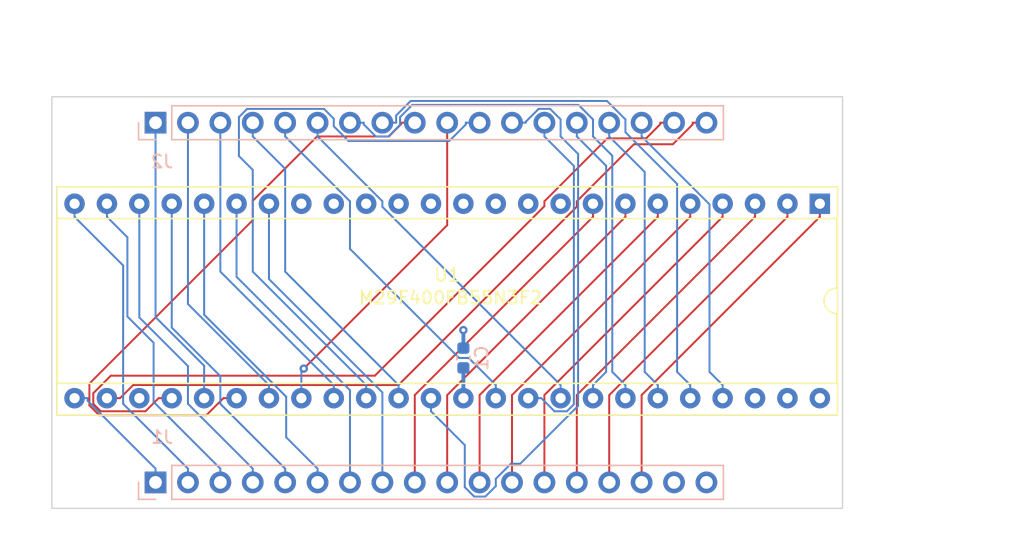
<source format=kicad_pcb>
(kicad_pcb (version 20221018) (generator pcbnew)
  (title_block (title "Turtle16: ROM ZIF Daughter Board") (date "2023-11-25") (rev "A") (comment 4 "Daughter board with ZIF socket for a M29F400FB NOR Flash on a DIP adapter board"))
  (layers (0 "F.Cu" signal) (1 "In1.Cu" power) (2 "In2.Cu" power) (31 "B.Cu" signal) (34 "B.Paste" user) (35 "F.Paste" user) (36 "B.SilkS" user "B.Silkscreen") (37 "F.SilkS" user "F.Silkscreen") (38 "B.Mask" user) (39 "F.Mask" user) (44 "Edge.Cuts" user))
  (net 0 "")
  (net 1 "GND")
  (net 2 "VCC")
  (net 3 "/PC0")
  (net 4 "/PC1")
  (net 5 "/PC2")
  (net 6 "/PC3")
  (net 7 "/PC4")
  (net 8 "/PC5")
  (net 9 "/PC6")
  (net 10 "/PC7")
  (net 11 "/PC8")
  (net 12 "/PC9")
  (net 13 "/PC10")
  (net 14 "/PC11")
  (net 15 "/PC12")
  (net 16 "/PC13")
  (net 17 "/PC14")
  (net 18 "/PC15")
  (net 19 "/Ins_IF0")
  (net 20 "/Ins_IF1")
  (net 21 "/Ins_IF2")
  (net 22 "/Ins_IF3")
  (net 23 "/Ins_IF4")
  (net 24 "/Ins_IF5")
  (net 25 "/Ins_IF6")
  (net 26 "/Ins_IF7")
  (net 27 "/Ins_IF8")
  (net 28 "/Ins_IF9")
  (net 29 "/Ins_IF10")
  (net 30 "/Ins_IF11")
  (net 31 "/Ins_IF12")
  (net 32 "/Ins_IF13")
  (net 33 "/Ins_IF14")
  (net 34 "/Ins_IF15")
  (net 35 "/FLUSH_IF")
  (net 36 "/RAMEN_R")
  (footprint "Package_DIP:DIP-48_W15.24mm_Socket" (layer "F.Cu") (at 127.762 51.562 -90)
    (fp_text reference "U1" (at 5.588 29.21 -180) (layer "F.SilkS"))
    (fp_text value "M29F400FB55N3F2" (at 7.366 28.956 -180) (layer "F.SilkS"))
    (fp_line (start -1.33 -1.39) (end -1.33 59.81) (stroke (width 0.12)) (layer "F.SilkS"))
    (fp_line (start -1.33 59.81) (end 16.57 59.81) (stroke (width 0.12)) (layer "F.SilkS"))
    (fp_line (start 1.16 -1.33) (end 1.16 59.75) (stroke (width 0.12)) (layer "F.SilkS"))
    (fp_line (start 1.16 59.75) (end 14.08 59.75) (stroke (width 0.12)) (layer "F.SilkS"))
    (fp_line (start 6.62 -1.33) (end 1.16 -1.33) (stroke (width 0.12)) (layer "F.SilkS"))
    (fp_line (start 14.08 -1.33) (end 8.62 -1.33) (stroke (width 0.12)) (layer "F.SilkS"))
    (fp_line (start 14.08 59.75) (end 14.08 -1.33) (stroke (width 0.12)) (layer "F.SilkS"))
    (fp_line (start 16.57 -1.39) (end -1.33 -1.39) (stroke (width 0.12)) (layer "F.SilkS"))
    (fp_line (start 16.57 59.81) (end 16.57 -1.39) (stroke (width 0.12)) (layer "F.SilkS"))
    (fp_arc (start 8.62 -1.33) (mid 7.62 -0.33) (end 6.62 -1.33) (stroke (width 0.12)) (layer "F.SilkS"))
    (pad "1" thru_hole rect (at 0 0 270) (size 1.6 1.6) (drill 0.8) (layers "*.Cu" "*.Mask") (net 18 "/PC15"))
    (pad "2" thru_hole oval (at 0 2.54 270) (size 1.6 1.6) (drill 0.8) (layers "*.Cu" "*.Mask") (net 17 "/PC14"))
    (pad "3" thru_hole oval (at 0 5.08 270) (size 1.6 1.6) (drill 0.8) (layers "*.Cu" "*.Mask") (net 16 "/PC13"))
    (pad "4" thru_hole oval (at 0 7.62 270) (size 1.6 1.6) (drill 0.8) (layers "*.Cu" "*.Mask") (net 15 "/PC12"))
    (pad "5" thru_hole oval (at 0 10.16 270) (size 1.6 1.6) (drill 0.8) (layers "*.Cu" "*.Mask") (net 14 "/PC11"))
    (pad "6" thru_hole oval (at 0 12.7 270) (size 1.6 1.6) (drill 0.8) (layers "*.Cu" "*.Mask") (net 13 "/PC10"))
    (pad "7" thru_hole oval (at 0 15.24 270) (size 1.6 1.6) (drill 0.8) (layers "*.Cu" "*.Mask") (net 12 "/PC9"))
    (pad "8" thru_hole oval (at 0 17.78 270) (size 1.6 1.6) (drill 0.8) (layers "*.Cu" "*.Mask") (net 11 "/PC8"))
    (pad "9" thru_hole oval (at 0 20.32 270) (size 1.6 1.6) (drill 0.8) (layers "*.Cu" "*.Mask"))
    (pad "10" thru_hole oval (at 0 22.86 270) (size 1.6 1.6) (drill 0.8) (layers "*.Cu" "*.Mask"))
    (pad "11" thru_hole oval (at 0 25.4 270) (size 1.6 1.6) (drill 0.8) (layers "*.Cu" "*.Mask") (net 2 "VCC"))
    (pad "12" thru_hole oval (at 0 27.94 270) (size 1.6 1.6) (drill 0.8) (layers "*.Cu" "*.Mask") (net 2 "VCC"))
    (pad "13" thru_hole oval (at 0 30.48 270) (size 1.6 1.6) (drill 0.8) (layers "*.Cu" "*.Mask"))
    (pad "14" thru_hole oval (at 0 33.02 270) (size 1.6 1.6) (drill 0.8) (layers "*.Cu" "*.Mask"))
    (pad "15" thru_hole oval (at 0 35.56 270) (size 1.6 1.6) (drill 0.8) (layers "*.Cu" "*.Mask"))
    (pad "16" thru_hole oval (at 0 38.1 270) (size 1.6 1.6) (drill 0.8) (layers "*.Cu" "*.Mask"))
    (pad "17" thru_hole oval (at 0 40.64 270) (size 1.6 1.6) (drill 0.8) (layers "*.Cu" "*.Mask") (net 1 "GND"))
    (pad "18" thru_hole oval (at 0 43.18 270) (size 1.6 1.6) (drill 0.8) (layers "*.Cu" "*.Mask") (net 10 "/PC7"))
    (pad "19" thru_hole oval (at 0 45.72 270) (size 1.6 1.6) (drill 0.8) (layers "*.Cu" "*.Mask") (net 9 "/PC6"))
    (pad "20" thru_hole oval (at 0 48.26 270) (size 1.6 1.6) (drill 0.8) (layers "*.Cu" "*.Mask") (net 8 "/PC5"))
    (pad "21" thru_hole oval (at 0 50.8 270) (size 1.6 1.6) (drill 0.8) (layers "*.Cu" "*.Mask") (net 7 "/PC4"))
    (pad "22" thru_hole oval (at 0 53.34 270) (size 1.6 1.6) (drill 0.8) (layers "*.Cu" "*.Mask") (net 6 "/PC3"))
    (pad "23" thru_hole oval (at 0 55.88 270) (size 1.6 1.6) (drill 0.8) (layers "*.Cu" "*.Mask") (net 5 "/PC2"))
    (pad "24" thru_hole oval (at 0 58.42 270) (size 1.6 1.6) (drill 0.8) (layers "*.Cu" "*.Mask") (net 4 "/PC1"))
    (pad "25" thru_hole oval (at 15.24 58.42 270) (size 1.6 1.6) (drill 0.8) (layers "*.Cu" "*.Mask") (net 3 "/PC0"))
    (pad "26" thru_hole oval (at 15.24 55.88 270) (size 1.6 1.6) (drill 0.8) (layers "*.Cu" "*.Mask") (net 36 "/RAMEN_R"))
    (pad "27" thru_hole oval (at 15.24 53.34 270) (size 1.6 1.6) (drill 0.8) (layers "*.Cu" "*.Mask") (net 1 "GND"))
    (pad "28" thru_hole oval (at 15.24 50.8 270) (size 1.6 1.6) (drill 0.8) (layers "*.Cu" "*.Mask") (net 35 "/FLUSH_IF"))
    (pad "29" thru_hole oval (at 15.24 48.26 270) (size 1.6 1.6) (drill 0.8) (layers "*.Cu" "*.Mask") (net 19 "/Ins_IF0"))
    (pad "30" thru_hole oval (at 15.24 45.72 270) (size 1.6 1.6) (drill 0.8) (layers "*.Cu" "*.Mask") (net 27 "/Ins_IF8"))
    (pad "31" thru_hole oval (at 15.24 43.18 270) (size 1.6 1.6) (drill 0.8) (layers "*.Cu" "*.Mask") (net 20 "/Ins_IF1"))
    (pad "32" thru_hole oval (at 15.24 40.64 270) (size 1.6 1.6) (drill 0.8) (layers "*.Cu" "*.Mask") (net 28 "/Ins_IF9"))
    (pad "33" thru_hole oval (at 15.24 38.1 270) (size 1.6 1.6) (drill 0.8) (layers "*.Cu" "*.Mask") (net 21 "/Ins_IF2"))
    (pad "34" thru_hole oval (at 15.24 35.56 270) (size 1.6 1.6) (drill 0.8) (layers "*.Cu" "*.Mask") (net 29 "/Ins_IF10"))
    (pad "35" thru_hole oval (at 15.24 33.02 270) (size 1.6 1.6) (drill 0.8) (layers "*.Cu" "*.Mask") (net 22 "/Ins_IF3"))
    (pad "36" thru_hole oval (at 15.24 30.48 270) (size 1.6 1.6) (drill 0.8) (layers "*.Cu" "*.Mask") (net 30 "/Ins_IF11"))
    (pad "37" thru_hole oval (at 15.24 27.94 270) (size 1.6 1.6) (drill 0.8) (layers "*.Cu" "*.Mask") (net 2 "VCC"))
    (pad "38" thru_hole oval (at 15.24 25.4 270) (size 1.6 1.6) (drill 0.8) (layers "*.Cu" "*.Mask") (net 23 "/Ins_IF4"))
    (pad "39" thru_hole oval (at 15.24 22.86 270) (size 1.6 1.6) (drill 0.8) (layers "*.Cu" "*.Mask") (net 31 "/Ins_IF12"))
    (pad "40" thru_hole oval (at 15.24 20.32 270) (size 1.6 1.6) (drill 0.8) (layers "*.Cu" "*.Mask") (net 24 "/Ins_IF5"))
    (pad "41" thru_hole oval (at 15.24 17.78 270) (size 1.6 1.6) (drill 0.8) (layers "*.Cu" "*.Mask") (net 32 "/Ins_IF13"))
    (pad "42" thru_hole oval (at 15.24 15.24 270) (size 1.6 1.6) (drill 0.8) (layers "*.Cu" "*.Mask") (net 25 "/Ins_IF6"))
    (pad "43" thru_hole oval (at 15.24 12.7 270) (size 1.6 1.6) (drill 0.8) (layers "*.Cu" "*.Mask") (net 33 "/Ins_IF14"))
    (pad "44" thru_hole oval (at 15.24 10.16 270) (size 1.6 1.6) (drill 0.8) (layers "*.Cu" "*.Mask") (net 26 "/Ins_IF7"))
    (pad "45" thru_hole oval (at 15.24 7.62 270) (size 1.6 1.6) (drill 0.8) (layers "*.Cu" "*.Mask") (net 34 "/Ins_IF15"))
    (pad "46" thru_hole oval (at 15.24 5.08 270) (size 1.6 1.6) (drill 0.8) (layers "*.Cu" "*.Mask") (net 1 "GND"))
    (pad "47" thru_hole oval (at 15.24 2.54 270) (size 1.6 1.6) (drill 0.8) (layers "*.Cu" "*.Mask") (net 2 "VCC"))
    (pad "48" thru_hole oval (at 15.24 0 270) (size 1.6 1.6) (drill 0.8) (layers "*.Cu" "*.Mask") (net 1 "GND"))
  )
  (footprint "Capacitor_SMD:C_0603_1608Metric" (layer "B.Cu") (at 99.822 63.6535 90)
    (fp_text reference "C1" (at 0 1.43 270) (layer "B.SilkS") (effects (justify mirror)))
    (fp_text value "0.1uF")
    (fp_line (start -0.14058 -0.51) (end 0.14058 -0.51) (stroke (width 0.12)) (layer "B.SilkS"))
    (fp_line (start -0.14058 0.51) (end 0.14058 0.51) (stroke (width 0.12)) (layer "B.SilkS"))
    (pad "1" smd roundrect (at -0.775 0 90) (size 0.9 0.95) (layers "B.Cu" "B.Paste" "B.Mask") (net 2 "VCC"))
    (pad "2" smd roundrect (at 0.775 0 90) (size 0.9 0.95) (layers "B.Cu" "B.Paste" "B.Mask") (net 1 "GND"))
  )
  (footprint "Connector_PinSocket_2.54mm:PinSocket_1x18_P2.54mm_Vertical" (layer "B.Cu") (at 75.692 73.406 -90)
    (fp_text reference "J1" (at -3.556 -0.508 -180) (layer "B.SilkS") (effects (justify mirror)))
    (fp_text value "LowerHeader")
    (fp_line (start -1.33 -44.51) (end 1.33 -44.51) (stroke (width 0.12)) (layer "B.SilkS"))
    (fp_line (start -1.33 -1.27) (end -1.33 -44.51) (stroke (width 0.12)) (layer "B.SilkS"))
    (fp_line (start -1.33 -1.27) (end 1.33 -1.27) (stroke (width 0.12)) (layer "B.SilkS"))
    (fp_line (start 0 1.33) (end 1.33 1.33) (stroke (width 0.12)) (layer "B.SilkS"))
    (fp_line (start 1.33 -1.27) (end 1.33 -44.51) (stroke (width 0.12)) (layer "B.SilkS"))
    (fp_line (start 1.33 1.33) (end 1.33 0) (stroke (width 0.12)) (layer "B.SilkS"))
    (pad "1" thru_hole rect (at 0 0 270) (size 1.7 1.7) (drill 1) (layers "*.Cu" "*.Mask") (net 3 "/PC0"))
    (pad "2" thru_hole oval (at 0 -2.54 270) (size 1.7 1.7) (drill 1) (layers "*.Cu" "*.Mask") (net 4 "/PC1"))
    (pad "3" thru_hole oval (at 0 -5.08 270) (size 1.7 1.7) (drill 1) (layers "*.Cu" "*.Mask") (net 5 "/PC2"))
    (pad "4" thru_hole oval (at 0 -7.62 270) (size 1.7 1.7) (drill 1) (layers "*.Cu" "*.Mask") (net 6 "/PC3"))
    (pad "5" thru_hole oval (at 0 -10.16 270) (size 1.7 1.7) (drill 1) (layers "*.Cu" "*.Mask") (net 7 "/PC4"))
    (pad "6" thru_hole oval (at 0 -12.7 270) (size 1.7 1.7) (drill 1) (layers "*.Cu" "*.Mask") (net 8 "/PC5"))
    (pad "7" thru_hole oval (at 0 -15.24 270) (size 1.7 1.7) (drill 1) (layers "*.Cu" "*.Mask") (net 9 "/PC6"))
    (pad "8" thru_hole oval (at 0 -17.78 270) (size 1.7 1.7) (drill 1) (layers "*.Cu" "*.Mask") (net 10 "/PC7"))
    (pad "9" thru_hole oval (at 0 -20.32 270) (size 1.7 1.7) (drill 1) (layers "*.Cu" "*.Mask") (net 11 "/PC8"))
    (pad "10" thru_hole oval (at 0 -22.86 270) (size 1.7 1.7) (drill 1) (layers "*.Cu" "*.Mask") (net 12 "/PC9"))
    (pad "11" thru_hole oval (at 0 -25.4 270) (size 1.7 1.7) (drill 1) (layers "*.Cu" "*.Mask") (net 13 "/PC10"))
    (pad "12" thru_hole oval (at 0 -27.94 270) (size 1.7 1.7) (drill 1) (layers "*.Cu" "*.Mask") (net 14 "/PC11"))
    (pad "13" thru_hole oval (at 0 -30.48 270) (size 1.7 1.7) (drill 1) (layers "*.Cu" "*.Mask") (net 15 "/PC12"))
    (pad "14" thru_hole oval (at 0 -33.02 270) (size 1.7 1.7) (drill 1) (layers "*.Cu" "*.Mask") (net 16 "/PC13"))
    (pad "15" thru_hole oval (at 0 -35.56 270) (size 1.7 1.7) (drill 1) (layers "*.Cu" "*.Mask") (net 17 "/PC14"))
    (pad "16" thru_hole oval (at 0 -38.1 270) (size 1.7 1.7) (drill 1) (layers "*.Cu" "*.Mask") (net 18 "/PC15"))
    (pad "17" thru_hole oval (at 0 -40.64 270) (size 1.7 1.7) (drill 1) (layers "*.Cu" "*.Mask") (net 1 "GND"))
    (pad "18" thru_hole oval (at 0 -43.18 270) (size 1.7 1.7) (drill 1) (layers "*.Cu" "*.Mask") (net 2 "VCC"))
  )
  (footprint "Connector_PinSocket_2.54mm:PinSocket_1x18_P2.54mm_Vertical" (layer "B.Cu") (at 75.692 45.212 -90)
    (fp_text reference "J2" (at 3.048 -0.508 -180) (layer "B.SilkS") (effects (justify mirror)))
    (fp_text value "UpperHeader")
    (fp_line (start -1.33 -44.51) (end 1.33 -44.51) (stroke (width 0.12)) (layer "B.SilkS"))
    (fp_line (start -1.33 -1.27) (end -1.33 -44.51) (stroke (width 0.12)) (layer "B.SilkS"))
    (fp_line (start -1.33 -1.27) (end 1.33 -1.27) (stroke (width 0.12)) (layer "B.SilkS"))
    (fp_line (start 0 1.33) (end 1.33 1.33) (stroke (width 0.12)) (layer "B.SilkS"))
    (fp_line (start 1.33 -1.27) (end 1.33 -44.51) (stroke (width 0.12)) (layer "B.SilkS"))
    (fp_line (start 1.33 1.33) (end 1.33 0) (stroke (width 0.12)) (layer "B.SilkS"))
    (pad "1" thru_hole rect (at 0 0 270) (size 1.7 1.7) (drill 1) (layers "*.Cu" "*.Mask") (net 19 "/Ins_IF0"))
    (pad "2" thru_hole oval (at 0 -2.54 270) (size 1.7 1.7) (drill 1) (layers "*.Cu" "*.Mask") (net 20 "/Ins_IF1"))
    (pad "3" thru_hole oval (at 0 -5.08 270) (size 1.7 1.7) (drill 1) (layers "*.Cu" "*.Mask") (net 21 "/Ins_IF2"))
    (pad "4" thru_hole oval (at 0 -7.62 270) (size 1.7 1.7) (drill 1) (layers "*.Cu" "*.Mask") (net 22 "/Ins_IF3"))
    (pad "5" thru_hole oval (at 0 -10.16 270) (size 1.7 1.7) (drill 1) (layers "*.Cu" "*.Mask") (net 23 "/Ins_IF4"))
    (pad "6" thru_hole oval (at 0 -12.7 270) (size 1.7 1.7) (drill 1) (layers "*.Cu" "*.Mask") (net 24 "/Ins_IF5"))
    (pad "7" thru_hole oval (at 0 -15.24 270) (size 1.7 1.7) (drill 1) (layers "*.Cu" "*.Mask") (net 25 "/Ins_IF6"))
    (pad "8" thru_hole oval (at 0 -17.78 270) (size 1.7 1.7) (drill 1) (layers "*.Cu" "*.Mask") (net 26 "/Ins_IF7"))
    (pad "9" thru_hole oval (at 0 -20.32 270) (size 1.7 1.7) (drill 1) (layers "*.Cu" "*.Mask") (net 27 "/Ins_IF8"))
    (pad "10" thru_hole oval (at 0 -22.86 270) (size 1.7 1.7) (drill 1) (layers "*.Cu" "*.Mask") (net 28 "/Ins_IF9"))
    (pad "11" thru_hole oval (at 0 -25.4 270) (size 1.7 1.7) (drill 1) (layers "*.Cu" "*.Mask") (net 29 "/Ins_IF10"))
    (pad "12" thru_hole oval (at 0 -27.94 270) (size 1.7 1.7) (drill 1) (layers "*.Cu" "*.Mask") (net 30 "/Ins_IF11"))
    (pad "13" thru_hole oval (at 0 -30.48 270) (size 1.7 1.7) (drill 1) (layers "*.Cu" "*.Mask") (net 31 "/Ins_IF12"))
    (pad "14" thru_hole oval (at 0 -33.02 270) (size 1.7 1.7) (drill 1) (layers "*.Cu" "*.Mask") (net 32 "/Ins_IF13"))
    (pad "15" thru_hole oval (at 0 -35.56 270) (size 1.7 1.7) (drill 1) (layers "*.Cu" "*.Mask") (net 33 "/Ins_IF14"))
    (pad "16" thru_hole oval (at 0 -38.1 270) (size 1.7 1.7) (drill 1) (layers "*.Cu" "*.Mask") (net 34 "/Ins_IF15"))
    (pad "17" thru_hole oval (at 0 -40.64 270) (size 1.7 1.7) (drill 1) (layers "*.Cu" "*.Mask") (net 35 "/FLUSH_IF"))
    (pad "18" thru_hole oval (at 0 -43.18 270) (size 1.7 1.7) (drill 1) (layers "*.Cu" "*.Mask") (net 36 "/RAMEN_R"))
  )
  (gr_line (start 129.54 75.438) (end 129.54 43.18) (stroke (width 0.1)) (layer "Edge.Cuts"))
  (gr_line (start 67.564 43.18) (end 67.564 75.438) (stroke (width 0.1)) (layer "Edge.Cuts"))
  (gr_line (start 67.564 75.438) (end 129.54 75.438) (stroke (width 0.1)) (layer "Edge.Cuts"))
  (gr_line (start 67.564 43.18) (end 129.54 43.18) (stroke (width 0.1)) (layer "Edge.Cuts"))
  (via (at 99.822 61.468) (size 0.65) (drill 0.3) (layers "F.Cu" "B.Cu") (net 1))
  (segment (start 99.822 62.791) (end 99.822 61.468) (width 0.3048) (layer "B.Cu") (net 1))
  (segment (start 99.822 64.516) (end 99.822 66.802) (width 0.3048) (layer "B.Cu") (net 2))
  (segment (start 75.692 73.406) (end 75.692 72.3273) (width 0.1524) (layer "B.Cu") (net 3))
  (segment (start 70.3707 67.006) (end 70.3707 66.802) (width 0.1524) (layer "B.Cu") (net 3))
  (segment (start 75.692 72.3273) (end 70.3707 67.006) (width 0.1524) (layer "B.Cu") (net 3))
  (segment (start 69.342 66.802) (end 70.3707 66.802) (width 0.1524) (layer "B.Cu") (net 3))
  (segment (start 73.152 56.4007) (end 69.342 52.5907) (width 0.1524) (layer "B.Cu") (net 4))
  (segment (start 73.152 67.2473) (end 73.152 56.4007) (width 0.1524) (layer "B.Cu") (net 4))
  (segment (start 78.232 72.3273) (end 73.152 67.2473) (width 0.1524) (layer "B.Cu") (net 4))
  (segment (start 69.342 51.562) (end 69.342 52.5907) (width 0.1524) (layer "B.Cu") (net 4))
  (segment (start 78.232 73.406) (end 78.232 72.3273) (width 0.1524) (layer "B.Cu") (net 4))
  (segment (start 73.4855 54.1942) (end 73.4855 60.4036) (width 0.1524) (layer "B.Cu") (net 5))
  (segment (start 71.882 51.562) (end 71.882 52.5907) (width 0.1524) (layer "B.Cu") (net 5))
  (segment (start 75.5396 67.0949) (end 80.772 72.3273) (width 0.1524) (layer "B.Cu") (net 5))
  (segment (start 71.882 52.5907) (end 73.4855 54.1942) (width 0.1524) (layer "B.Cu") (net 5))
  (segment (start 80.772 73.406) (end 80.772 72.3273) (width 0.1524) (layer "B.Cu") (net 5))
  (segment (start 73.4855 60.4036) (end 75.5396 62.4577) (width 0.1524) (layer "B.Cu") (net 5))
  (segment (start 75.5396 62.4577) (end 75.5396 67.0949) (width 0.1524) (layer "B.Cu") (net 5))
  (segment (start 83.312 72.3273) (end 78.232 67.2473) (width 0.1524) (layer "B.Cu") (net 6))
  (segment (start 78.232 64.2875) (end 74.422 60.4775) (width 0.1524) (layer "B.Cu") (net 6))
  (segment (start 83.312 73.406) (end 83.312 72.3273) (width 0.1524) (layer "B.Cu") (net 6))
  (segment (start 78.232 67.2473) (end 78.232 64.2875) (width 0.1524) (layer "B.Cu") (net 6))
  (segment (start 74.422 60.4775) (end 74.422 51.562) (width 0.1524) (layer "B.Cu") (net 6))
  (segment (start 76.962 51.562) (end 76.962 61.2715) (width 0.1524) (layer "B.Cu") (net 7))
  (segment (start 80.772 65.0815) (end 80.772 67.2473) (width 0.1524) (layer "B.Cu") (net 7))
  (segment (start 76.962 61.2715) (end 80.772 65.0815) (width 0.1524) (layer "B.Cu") (net 7))
  (segment (start 85.852 73.406) (end 85.852 72.3273) (width 0.1524) (layer "B.Cu") (net 7))
  (segment (start 80.772 67.2473) (end 85.852 72.3273) (width 0.1524) (layer "B.Cu") (net 7))
  (segment (start 88.392 72.3273) (end 85.9316 69.8669) (width 0.1524) (layer "B.Cu") (net 8))
  (segment (start 88.392 73.406) (end 88.392 72.3273) (width 0.1524) (layer "B.Cu") (net 8))
  (segment (start 79.502 60.262) (end 79.502 51.562) (width 0.1524) (layer "B.Cu") (net 8))
  (segment (start 85.9316 69.8669) (end 85.9316 66.6916) (width 0.1524) (layer "B.Cu") (net 8))
  (segment (start 85.9316 66.6916) (end 79.502 60.262) (width 0.1524) (layer "B.Cu") (net 8))
  (segment (start 82.042 57.2907) (end 82.042 51.562) (width 0.1524) (layer "B.Cu") (net 9))
  (segment (start 90.932 73.406) (end 90.932 66.1807) (width 0.1524) (layer "B.Cu") (net 9))
  (segment (start 90.932 66.1807) (end 82.042 57.2907) (width 0.1524) (layer "B.Cu") (net 9))
  (segment (start 84.582 57.4636) (end 84.582 51.562) (width 0.1524) (layer "B.Cu") (net 10))
  (segment (start 93.472 66.3536) (end 84.582 57.4636) (width 0.1524) (layer "B.Cu") (net 10))
  (segment (start 93.472 73.406) (end 93.472 66.3536) (width 0.1524) (layer "B.Cu") (net 10))
  (segment (start 96.012 66.5607) (end 109.982 52.5907) (width 0.1524) (layer "F.Cu") (net 11))
  (segment (start 96.012 73.406) (end 96.012 66.5607) (width 0.1524) (layer "F.Cu") (net 11))
  (segment (start 109.982 51.562) (end 109.982 52.5907) (width 0.1524) (layer "F.Cu") (net 11))
  (segment (start 112.522 51.562) (end 112.522 52.5907) (width 0.1524) (layer "F.Cu") (net 12))
  (segment (start 98.552 73.406) (end 98.552 66.5607) (width 0.1524) (layer "F.Cu") (net 12))
  (segment (start 98.552 66.5607) (end 112.522 52.5907) (width 0.1524) (layer "F.Cu") (net 12))
  (segment (start 101.092 66.5607) (end 115.062 52.5907) (width 0.1524) (layer "F.Cu") (net 13))
  (segment (start 101.092 73.406) (end 101.092 66.5607) (width 0.1524) (layer "F.Cu") (net 13))
  (segment (start 115.062 51.562) (end 115.062 52.5907) (width 0.1524) (layer "F.Cu") (net 13))
  (segment (start 103.632 73.406) (end 103.632 66.5607) (width 0.1524) (layer "F.Cu") (net 14))
  (segment (start 117.602 51.562) (end 117.602 52.5907) (width 0.1524) (layer "F.Cu") (net 14))
  (segment (start 103.632 66.5607) (end 117.602 52.5907) (width 0.1524) (layer "F.Cu") (net 14))
  (segment (start 106.172 66.5607) (end 120.142 52.5907) (width 0.1524) (layer "F.Cu") (net 15))
  (segment (start 106.172 73.406) (end 106.172 66.5607) (width 0.1524) (layer "F.Cu") (net 15))
  (segment (start 120.142 51.562) (end 120.142 52.5907) (width 0.1524) (layer "F.Cu") (net 15))
  (segment (start 122.682 51.562) (end 122.682 52.5907) (width 0.1524) (layer "F.Cu") (net 16))
  (segment (start 108.712 66.5607) (end 122.682 52.5907) (width 0.1524) (layer "F.Cu") (net 16))
  (segment (start 108.712 73.406) (end 108.712 66.5607) (width 0.1524) (layer "F.Cu") (net 16))
  (segment (start 111.252 66.5607) (end 125.222 52.5907) (width 0.1524) (layer "F.Cu") (net 17))
  (segment (start 125.222 51.562) (end 125.222 52.5907) (width 0.1524) (layer "F.Cu") (net 17))
  (segment (start 111.252 73.406) (end 111.252 66.5607) (width 0.1524) (layer "F.Cu") (net 17))
  (segment (start 127.762 51.562) (end 127.762 52.5907) (width 0.1524) (layer "F.Cu") (net 18))
  (segment (start 113.792 73.406) (end 113.792 66.5607) (width 0.1524) (layer "F.Cu") (net 18))
  (segment (start 113.792 66.5607) (end 127.762 52.5907) (width 0.1524) (layer "F.Cu") (net 18))
  (segment (start 79.502 65.7733) (end 79.502 64.2636) (width 0.1524) (layer "B.Cu") (net 19))
  (segment (start 79.502 66.802) (end 79.502 65.7733) (width 0.1524) (layer "B.Cu") (net 19))
  (segment (start 79.502 64.2636) (end 75.692 60.4536) (width 0.1524) (layer "B.Cu") (net 19))
  (segment (start 75.692 60.4536) (end 75.692 45.212) (width 0.1524) (layer "B.Cu") (net 19))
  (segment (start 78.232 59.4233) (end 84.582 65.7733) (width 0.1524) (layer "B.Cu") (net 20))
  (segment (start 84.582 66.802) (end 84.582 65.7733) (width 0.1524) (layer "B.Cu") (net 20))
  (segment (start 78.232 45.212) (end 78.232 59.4233) (width 0.1524) (layer "B.Cu") (net 20))
  (segment (start 89.662 66.802) (end 89.662 65.7733) (width 0.1524) (layer "B.Cu") (net 21))
  (segment (start 80.772 45.212) (end 80.772 56.8833) (width 0.1524) (layer "B.Cu") (net 21))
  (segment (start 80.772 56.8833) (end 89.662 65.7733) (width 0.1524) (layer "B.Cu") (net 21))
  (segment (start 85.852 48.8307) (end 83.312 46.2907) (width 0.1524) (layer "B.Cu") (net 22))
  (segment (start 94.742 66.802) (end 94.742 65.7733) (width 0.1524) (layer "B.Cu") (net 22))
  (segment (start 83.312 45.212) (end 83.312 46.2907) (width 0.1524) (layer "B.Cu") (net 22))
  (segment (start 94.742 65.7733) (end 85.852 56.8833) (width 0.1524) (layer "B.Cu") (net 22))
  (segment (start 85.852 56.8833) (end 85.852 48.8307) (width 0.1524) (layer "B.Cu") (net 22))
  (segment (start 99.4844 63.6535) (end 90.932 55.1011) (width 0.1524) (layer "B.Cu") (net 23))
  (segment (start 90.932 51.3707) (end 85.852 46.2907) (width 0.1524) (layer "B.Cu") (net 23))
  (segment (start 102.362 65.7733) (end 100.2422 63.6535) (width 0.1524) (layer "B.Cu") (net 23))
  (segment (start 85.852 45.212) (end 85.852 46.2907) (width 0.1524) (layer "B.Cu") (net 23))
  (segment (start 102.362 66.802) (end 102.362 65.7733) (width 0.1524) (layer "B.Cu") (net 23))
  (segment (start 90.932 55.1011) (end 90.932 51.3707) (width 0.1524) (layer "B.Cu") (net 23))
  (segment (start 100.2422 63.6535) (end 99.4844 63.6535) (width 0.1524) (layer "B.Cu") (net 23))
  (segment (start 107.442 66.802) (end 107.442 65.7733) (width 0.1524) (layer "B.Cu") (net 24))
  (segment (start 93.472 51.8033) (end 107.442 65.7733) (width 0.1524) (layer "B.Cu") (net 24))
  (segment (start 93.472 51.3707) (end 93.472 51.8033) (width 0.1524) (layer "B.Cu") (net 24))
  (segment (start 88.392 46.2907) (end 93.472 51.3707) (width 0.1524) (layer "B.Cu") (net 24))
  (segment (start 88.392 45.212) (end 88.392 46.2907) (width 0.1524) (layer "B.Cu") (net 24))
  (segment (start 108.8444 43.8158) (end 109.982 44.9534) (width 0.1524) (layer "B.Cu") (net 25))
  (segment (start 92.0107 45.212) (end 92.0107 45.3468) (width 0.1524) (layer "B.Cu") (net 25))
  (segment (start 112.522 66.802) (end 112.522 65.7733) (width 0.1524) (layer "B.Cu") (net 25))
  (segment (start 94.8591 44.7688) (end 95.8121 43.8158) (width 0.1524) (layer "B.Cu") (net 25))
  (segment (start 94.8591 45.3748) (end 94.8591 44.7688) (width 0.1524) (layer "B.Cu") (net 25))
  (segment (start 92.9624 46.2985) (end 93.9354 46.2985) (width 0.1524) (layer "B.Cu") (net 25))
  (segment (start 90.932 45.212) (end 92.0107 45.212) (width 0.1524) (layer "B.Cu") (net 25))
  (segment (start 95.8121 43.8158) (end 108.8444 43.8158) (width 0.1524) (layer "B.Cu") (net 25))
  (segment (start 111.4933 64.7446) (end 112.522 65.7733) (width 0.1524) (layer "B.Cu") (net 25))
  (segment (start 92.0107 45.3468) (end 92.9624 46.2985) (width 0.1524) (layer "B.Cu") (net 25))
  (segment (start 111.4933 47.8021) (end 111.4933 64.7446) (width 0.1524) (layer "B.Cu") (net 25))
  (segment (start 93.9354 46.2985) (end 94.8591 45.3748) (width 0.1524) (layer "B.Cu") (net 25))
  (segment (start 109.982 44.9534) (end 109.982 46.2908) (width 0.1524) (layer "B.Cu") (net 25))
  (segment (start 109.982 46.2908) (end 111.4933 47.8021) (width 0.1524) (layer "B.Cu") (net 25))
  (segment (start 112.522 44.9535) (end 111.0766 43.5081) (width 0.1524) (layer "B.Cu") (net 26))
  (segment (start 112.522 45.9605) (end 112.522 44.9535) (width 0.1524) (layer "B.Cu") (net 26))
  (segment (start 95.6885 43.5081) (end 94.5507 44.6459) (width 0.1524) (layer "B.Cu") (net 26))
  (segment (start 117.602 66.802) (end 117.602 65.7733) (width 0.1524) (layer "B.Cu") (net 26))
  (segment (start 94.5507 44.6459) (end 94.5507 45.212) (width 0.1524) (layer "B.Cu") (net 26))
  (segment (start 116.5733 64.7446) (end 116.5733 50.0118) (width 0.1524) (layer "B.Cu") (net 26))
  (segment (start 93.472 45.212) (end 94.5507 45.212) (width 0.1524) (layer "B.Cu") (net 26))
  (segment (start 116.5733 50.0118) (end 112.522 45.9605) (width 0.1524) (layer "B.Cu") (net 26))
  (segment (start 117.602 65.7733) (end 116.5733 64.7446) (width 0.1524) (layer "B.Cu") (net 26))
  (segment (start 111.0766 43.5081) (end 95.6885 43.5081) (width 0.1524) (layer "B.Cu") (net 26))
  (segment (start 96.012 45.212) (end 94.9333 45.212) (width 0.1524) (layer "F.Cu") (net 27))
  (segment (start 70.5066 65.66) (end 70.5066 67.3738) (width 0.1524) (layer "F.Cu") (net 27))
  (segment (start 93.9777 46.2907) (end 88.3562 46.2907) (width 0.1524) (layer "F.Cu") (net 27))
  (segment (start 83.312 52.8546) (end 70.5066 65.66) (width 0.1524) (layer "F.Cu") (net 27))
  (segment (start 88.3562 46.2907) (end 83.312 51.3349) (width 0.1524) (layer "F.Cu") (net 27))
  (segment (start 79.6789 68.1364) (end 81.0133 66.802) (width 0.1524) (layer "F.Cu") (net 27))
  (segment (start 70.5066 67.3738) (end 71.2692 68.1364) (width 0.1524) (layer "F.Cu") (net 27))
  (segment (start 82.042 66.802) (end 81.0133 66.802) (width 0.1524) (layer "F.Cu") (net 27))
  (segment (start 94.9333 45.212) (end 94.9333 45.3351) (width 0.1524) (layer "F.Cu") (net 27))
  (segment (start 71.2692 68.1364) (end 79.6789 68.1364) (width 0.1524) (layer "F.Cu") (net 27))
  (segment (start 94.9333 45.3351) (end 93.9777 46.2907) (width 0.1524) (layer "F.Cu") (net 27))
  (segment (start 83.312 51.3349) (end 83.312 52.8546) (width 0.1524) (layer "F.Cu") (net 27))
  (segment (start 98.552 53.2452) (end 87.31 64.4872) (width 0.1524) (layer "F.Cu") (net 28))
  (segment (start 98.552 45.212) (end 98.552 53.2452) (width 0.1524) (layer "F.Cu") (net 28))
  (via (at 87.31 64.4872) (size 0.65) (drill 0.3) (layers "F.Cu" "B.Cu") (net 28))
  (segment (start 87.31 64.4872) (end 87.122 64.6752) (width 0.1524) (layer "B.Cu") (net 28))
  (segment (start 87.122 64.6752) (end 87.122 66.802) (width 0.1524) (layer "B.Cu") (net 28))
  (segment (start 89.662 45.4906) (end 89.662 44.8967) (width 0.1524) (layer "B.Cu") (net 29))
  (segment (start 82.2271 47.8236) (end 83.312 48.9085) (width 0.1524) (layer "B.Cu") (net 29))
  (segment (start 90.8137 46.6423) (end 89.662 45.4906) (width 0.1524) (layer "B.Cu") (net 29))
  (segment (start 100.0133 45.3468) (end 98.7178 46.6423) (width 0.1524) (layer "B.Cu") (net 29))
  (segment (start 83.312 48.9085) (end 83.312 56.8833) (width 0.1524) (layer "B.Cu") (net 29))
  (segment (start 101.092 45.212) (end 100.0133 45.212) (width 0.1524) (layer "B.Cu") (net 29))
  (segment (start 92.202 66.802) (end 92.202 65.7733) (width 0.1524) (layer "B.Cu") (net 29))
  (segment (start 100.0133 45.212) (end 100.0133 45.3468) (width 0.1524) (layer "B.Cu") (net 29))
  (segment (start 98.7178 46.6423) (end 90.8137 46.6423) (width 0.1524) (layer "B.Cu") (net 29))
  (segment (start 88.8917 44.1264) (end 82.8717 44.1264) (width 0.1524) (layer "B.Cu") (net 29))
  (segment (start 82.2271 44.771) (end 82.2271 47.8236) (width 0.1524) (layer "B.Cu") (net 29))
  (segment (start 82.8717 44.1264) (end 82.2271 44.771) (width 0.1524) (layer "B.Cu") (net 29))
  (segment (start 89.662 44.8967) (end 88.8917 44.1264) (width 0.1524) (layer "B.Cu") (net 29))
  (segment (start 83.312 56.8833) (end 92.202 65.7733) (width 0.1524) (layer "B.Cu") (net 29))
  (segment (start 102.362 73.6981) (end 101.5409 74.5192) (width 0.1524) (layer "B.Cu") (net 30))
  (segment (start 104.7107 45.1373) (end 105.7245 44.1235) (width 0.1524) (layer "B.Cu") (net 30))
  (segment (start 99.9299 70.4786) (end 97.282 67.8307) (width 0.1524) (layer "B.Cu") (net 30))
  (segment (start 108.8126 47.6614) (end 108.8126 67.4076) (width 0.1524) (layer "B.Cu") (net 30))
  (segment (start 108.8126 67.4076) (end 104.2767 71.9435) (width 0.1524) (layer "B.Cu") (net 30))
  (segment (start 99.9299 73.7795) (end 99.9299 70.4786) (width 0.1524) (layer "B.Cu") (net 30))
  (segment (start 103.632 45.212) (end 104.7107 45.212) (width 0.1524) (layer "B.Cu") (net 30))
  (segment (start 107.442 46.2908) (end 108.8126 47.6614) (width 0.1524) (layer "B.Cu") (net 30))
  (segment (start 101.5409 74.5192) (end 100.6696 74.5192) (width 0.1524) (layer "B.Cu") (net 30))
  (segment (start 104.7107 45.212) (end 104.7107 45.1373) (width 0.1524) (layer "B.Cu") (net 30))
  (segment (start 107.442 44.9535) (end 107.442 46.2908) (width 0.1524) (layer "B.Cu") (net 30))
  (segment (start 104.2767 71.9435) (end 103.5445 71.9435) (width 0.1524) (layer "B.Cu") (net 30))
  (segment (start 103.5445 71.9435) (end 102.362 73.126) (width 0.1524) (layer "B.Cu") (net 30))
  (segment (start 97.282 66.802) (end 97.282 67.8307) (width 0.1524) (layer "B.Cu") (net 30))
  (segment (start 106.612 44.1235) (end 107.442 44.9535) (width 0.1524) (layer "B.Cu") (net 30))
  (segment (start 105.7245 44.1235) (end 106.612 44.1235) (width 0.1524) (layer "B.Cu") (net 30))
  (segment (start 100.6696 74.5192) (end 99.9299 73.7795) (width 0.1524) (layer "B.Cu") (net 30))
  (segment (start 102.362 73.126) (end 102.362 73.6981) (width 0.1524) (layer "B.Cu") (net 30))
  (segment (start 106.172 46.2907) (end 108.4805 48.5992) (width 0.1524) (layer "B.Cu") (net 31))
  (segment (start 107.9339 67.8307) (end 106.9594 67.8307) (width 0.1524) (layer "B.Cu") (net 31))
  (segment (start 106.172 45.212) (end 106.172 46.2907) (width 0.1524) (layer "B.Cu") (net 31))
  (segment (start 104.902 66.802) (end 105.9307 66.802) (width 0.1524) (layer "B.Cu") (net 31))
  (segment (start 108.4805 67.2841) (end 107.9339 67.8307) (width 0.1524) (layer "B.Cu") (net 31))
  (segment (start 106.9594 67.8307) (end 105.9307 66.802) (width 0.1524) (layer "B.Cu") (net 31))
  (segment (start 108.4805 48.5992) (end 108.4805 67.2841) (width 0.1524) (layer "B.Cu") (net 31))
  (segment (start 111.0107 64.7446) (end 109.982 65.7733) (width 0.1524) (layer "B.Cu") (net 32))
  (segment (start 108.712 46.2907) (end 111.0107 48.5894) (width 0.1524) (layer "B.Cu") (net 32))
  (segment (start 109.982 66.802) (end 109.982 65.7733) (width 0.1524) (layer "B.Cu") (net 32))
  (segment (start 111.0107 48.5894) (end 111.0107 64.7446) (width 0.1524) (layer "B.Cu") (net 32))
  (segment (start 108.712 45.212) (end 108.712 46.2907) (width 0.1524) (layer "B.Cu") (net 32))
  (segment (start 115.062 66.802) (end 115.062 65.7733) (width 0.1524) (layer "B.Cu") (net 33))
  (segment (start 114.0333 49.072) (end 114.0333 64.7446) (width 0.1524) (layer "B.Cu") (net 33))
  (segment (start 111.252 46.2907) (end 114.0333 49.072) (width 0.1524) (layer "B.Cu") (net 33))
  (segment (start 114.0333 64.7446) (end 115.062 65.7733) (width 0.1524) (layer "B.Cu") (net 33))
  (segment (start 111.252 45.212) (end 111.252 46.2907) (width 0.1524) (layer "B.Cu") (net 33))
  (segment (start 113.792 45.212) (end 113.792 46.2907) (width 0.1524) (layer "B.Cu") (net 34))
  (segment (start 119.1133 64.7446) (end 120.142 65.7733) (width 0.1524) (layer "B.Cu") (net 34))
  (segment (start 120.142 66.802) (end 120.142 65.7733) (width 0.1524) (layer "B.Cu") (net 34))
  (segment (start 119.1133 51.612) (end 119.1133 64.7446) (width 0.1524) (layer "B.Cu") (net 34))
  (segment (start 113.792 46.2907) (end 119.1133 51.612) (width 0.1524) (layer "B.Cu") (net 34))
  (segment (start 106.172 51.3744) (end 106.172 51.7546) (width 0.1524) (layer "F.Cu") (net 35))
  (segment (start 106.172 51.7546) (end 92.8856 65.041) (width 0.1524) (layer "F.Cu") (net 35))
  (segment (start 115.2533 45.212) (end 115.2533 45.3306) (width 0.1524) (layer "F.Cu") (net 35))
  (segment (start 116.332 45.212) (end 115.2533 45.212) (width 0.1524) (layer "F.Cu") (net 35))
  (segment (start 70.8116 67.2475) (end 71.3948 67.8307) (width 0.1524) (layer "F.Cu") (net 35))
  (segment (start 92.8856 65.041) (end 72.1843 65.041) (width 0.1524) (layer "F.Cu") (net 35))
  (segment (start 115.2533 45.3306) (end 114.1407 46.4432) (width 0.1524) (layer "F.Cu") (net 35))
  (segment (start 111.1032 46.4432) (end 106.172 51.3744) (width 0.1524) (layer "F.Cu") (net 35))
  (segment (start 71.3948 67.8307) (end 74.9046 67.8307) (width 0.1524) (layer "F.Cu") (net 35))
  (segment (start 72.1843 65.041) (end 70.8116 66.4137) (width 0.1524) (layer "F.Cu") (net 35))
  (segment (start 74.9046 67.8307) (end 75.9333 66.802) (width 0.1524) (layer "F.Cu") (net 35))
  (segment (start 114.1407 46.4432) (end 111.1032 46.4432) (width 0.1524) (layer "F.Cu") (net 35))
  (segment (start 70.8116 66.4137) (end 70.8116 67.2475) (width 0.1524) (layer "F.Cu") (net 35))
  (segment (start 76.962 66.802) (end 75.9333 66.802) (width 0.1524) (layer "F.Cu") (net 35))
  (segment (start 108.712 51.3743) (end 113.1858 46.9005) (width 0.1524) (layer "F.Cu") (net 36))
  (segment (start 71.882 66.802) (end 72.9107 66.802) (width 0.1524) (layer "F.Cu") (net 36))
  (segment (start 118.872 45.212) (end 117.7933 45.212) (width 0.1524) (layer "F.Cu") (net 36))
  (segment (start 116.2398 46.9005) (end 117.7933 45.347) (width 0.1524) (layer "F.Cu") (net 36))
  (segment (start 117.7933 45.347) (end 117.7933 45.212) (width 0.1524) (layer "F.Cu") (net 36))
  (segment (start 94.7335 65.7733) (end 108.712 51.7948) (width 0.1524) (layer "F.Cu") (net 36))
  (segment (start 73.9394 65.7733) (end 94.7335 65.7733) (width 0.1524) (layer "F.Cu") (net 36))
  (segment (start 108.712 51.7948) (end 108.712 51.3743) (width 0.1524) (layer "F.Cu") (net 36))
  (segment (start 113.1858 46.9005) (end 116.2398 46.9005) (width 0.1524) (layer "F.Cu") (net 36))
  (segment (start 72.9107 66.802) (end 73.9394 65.7733) (width 0.1524) (layer "F.Cu") (net 36))
)
</source>
